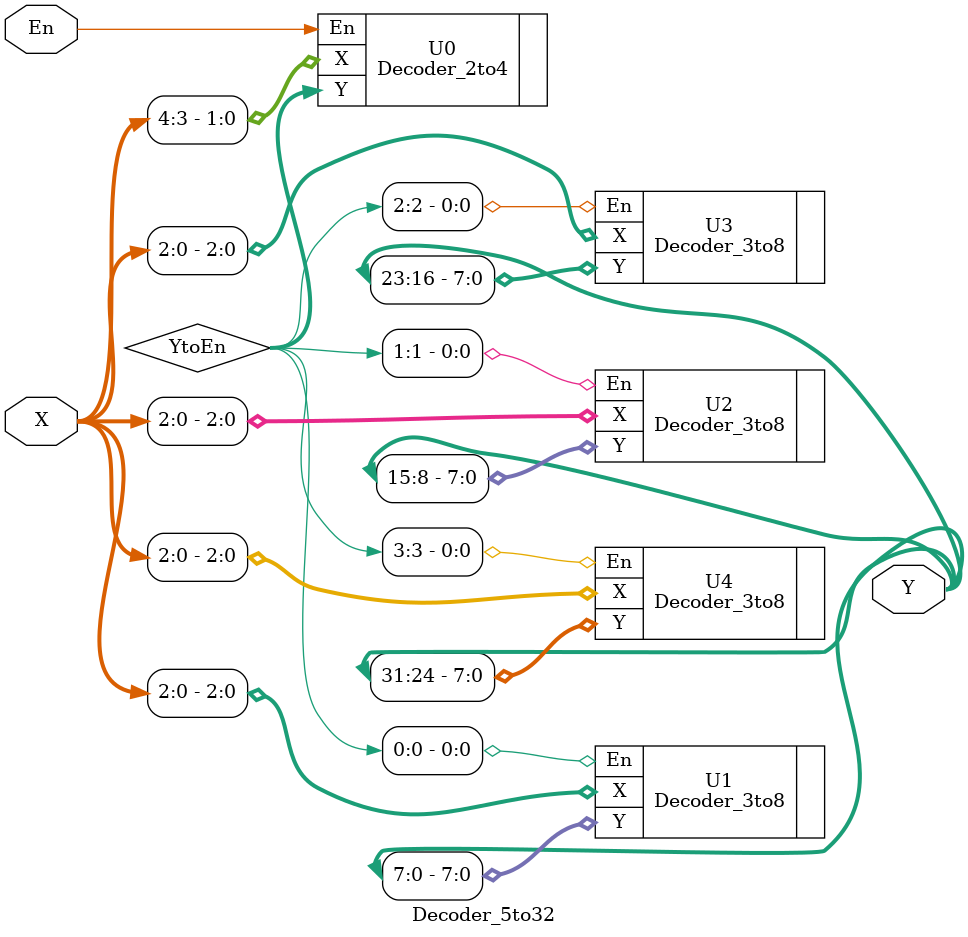
<source format=v>

module Decoder_5to32(
    output [31:0] Y,
    input [4:0] X,
    input En
);
    wire [3:0] YtoEn;
    
    Decoder_2to4 U0 (.Y(YtoEn), .X(X[4:3]), .En(En));
    
    Decoder_3to8 U1 (.Y(Y[7:0]), .X(X[2:0]), .En(YtoEn[0]));
    Decoder_3to8 U2 (.Y(Y[15:8]), .X(X[2:0]), .En(YtoEn[1]));
    Decoder_3to8 U3 (.Y(Y[23:16]), .X(X[2:0]), .En(YtoEn[2]));
    Decoder_3to8 U4 (.Y(Y[31:24]), .X(X[2:0]), .En(YtoEn[3]));
    
endmodule

</source>
